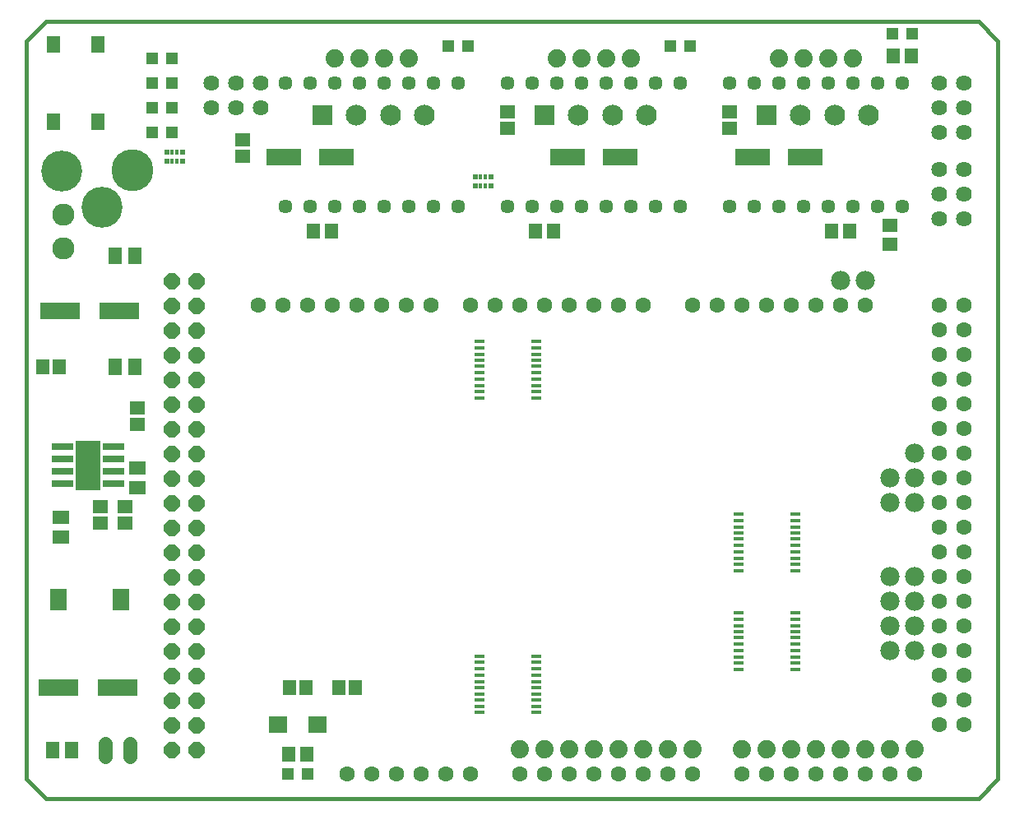
<source format=gts>
G75*
%MOIN*%
%OFA0B0*%
%FSLAX25Y25*%
%IPPOS*%
%LPD*%
%AMOC8*
5,1,8,0,0,1.08239X$1,22.5*
%
%ADD10C,0.01600*%
%ADD11C,0.06306*%
%ADD12R,0.05124X0.05124*%
%ADD13R,0.05518X0.06306*%
%ADD14C,0.07400*%
%ADD15C,0.05715*%
%ADD16C,0.06400*%
%ADD17R,0.06306X0.05518*%
%ADD18R,0.14180X0.06699*%
%ADD19R,0.08400X0.08400*%
%ADD20C,0.08400*%
%ADD21C,0.09000*%
%ADD22R,0.05518X0.06502*%
%ADD23OC8,0.06400*%
%ADD24R,0.09061X0.02762*%
%ADD25R,0.10400X0.20400*%
%ADD26R,0.06699X0.05518*%
%ADD27R,0.05518X0.06699*%
%ADD28R,0.16148X0.06699*%
%ADD29R,0.06699X0.09061*%
%ADD30C,0.05800*%
%ADD31R,0.03937X0.01772*%
%ADD32R,0.07487X0.07093*%
%ADD33C,0.07800*%
%ADD34C,0.16998*%
%ADD35C,0.16600*%
%ADD36R,0.01896X0.02369*%
%ADD37R,0.01384X0.02369*%
D10*
X0016500Y0009674D02*
X0024374Y0001800D01*
X0402327Y0001800D01*
X0410201Y0009674D01*
X0410201Y0308887D01*
X0402327Y0316761D01*
X0024374Y0316761D01*
X0016500Y0308887D01*
X0016500Y0308800D02*
X0016500Y0009800D01*
D11*
X0146500Y0011800D03*
X0156500Y0011800D03*
X0166500Y0011800D03*
X0176500Y0011800D03*
X0186500Y0011800D03*
X0196500Y0011800D03*
X0216500Y0011800D03*
X0226500Y0011800D03*
X0236500Y0011800D03*
X0246500Y0011800D03*
X0256500Y0011800D03*
X0266500Y0011800D03*
X0276500Y0011800D03*
X0286500Y0011800D03*
X0306500Y0011800D03*
X0316500Y0011800D03*
X0326500Y0011800D03*
X0336500Y0011800D03*
X0346500Y0011800D03*
X0356500Y0011800D03*
X0366500Y0011800D03*
X0376500Y0011800D03*
X0386500Y0031800D03*
X0396500Y0031800D03*
X0396500Y0041800D03*
X0386500Y0041800D03*
X0386500Y0051800D03*
X0396500Y0051800D03*
X0396500Y0061800D03*
X0386500Y0061800D03*
X0386500Y0071800D03*
X0396500Y0071800D03*
X0396500Y0081800D03*
X0386500Y0081800D03*
X0386500Y0091800D03*
X0396500Y0091800D03*
X0396500Y0101800D03*
X0386500Y0101800D03*
X0386500Y0111800D03*
X0396500Y0111800D03*
X0396500Y0121800D03*
X0386500Y0121800D03*
X0386500Y0131800D03*
X0396500Y0131800D03*
X0396500Y0141800D03*
X0386500Y0141800D03*
X0386500Y0151800D03*
X0396500Y0151800D03*
X0396500Y0161800D03*
X0386500Y0161800D03*
X0386500Y0171800D03*
X0396500Y0171800D03*
X0396500Y0181800D03*
X0386500Y0181800D03*
X0386500Y0191800D03*
X0396500Y0191800D03*
X0396500Y0201800D03*
X0386500Y0201800D03*
X0356500Y0201800D03*
X0346500Y0201800D03*
X0336500Y0201800D03*
X0326500Y0201800D03*
X0316500Y0201800D03*
X0306500Y0201800D03*
X0296500Y0201800D03*
X0286500Y0201800D03*
X0266500Y0201800D03*
X0256500Y0201800D03*
X0246500Y0201800D03*
X0236500Y0201800D03*
X0226500Y0201800D03*
X0216500Y0201800D03*
X0206500Y0201800D03*
X0196500Y0201800D03*
X0180500Y0201800D03*
X0170500Y0201800D03*
X0160500Y0201800D03*
X0150500Y0201800D03*
X0140500Y0201800D03*
X0130500Y0201800D03*
X0120500Y0201800D03*
X0110500Y0201800D03*
D12*
X0075634Y0271800D03*
X0067366Y0271800D03*
X0067366Y0281800D03*
X0075634Y0281800D03*
X0075634Y0291800D03*
X0067366Y0291800D03*
X0067366Y0301800D03*
X0075634Y0301800D03*
X0187366Y0306800D03*
X0195634Y0306800D03*
X0277366Y0306800D03*
X0285634Y0306800D03*
X0367366Y0311800D03*
X0375634Y0311800D03*
X0130634Y0011800D03*
X0122366Y0011800D03*
D13*
X0122760Y0019800D03*
X0130240Y0019800D03*
X0129846Y0046800D03*
X0123154Y0046800D03*
X0143154Y0046800D03*
X0149846Y0046800D03*
X0029846Y0176800D03*
X0023154Y0176800D03*
X0132760Y0231800D03*
X0140240Y0231800D03*
X0222760Y0231800D03*
X0230240Y0231800D03*
X0342760Y0231800D03*
X0350240Y0231800D03*
X0367760Y0302800D03*
X0375240Y0302800D03*
D14*
X0351500Y0301800D03*
X0341500Y0301800D03*
X0331500Y0301800D03*
X0321500Y0301800D03*
X0261500Y0301800D03*
X0251500Y0301800D03*
X0241500Y0301800D03*
X0231500Y0301800D03*
X0171500Y0301800D03*
X0161500Y0301800D03*
X0151500Y0301800D03*
X0141500Y0301800D03*
X0216500Y0021800D03*
X0226500Y0021800D03*
X0236500Y0021800D03*
X0246500Y0021800D03*
X0256500Y0021800D03*
X0266500Y0021800D03*
X0276500Y0021800D03*
X0286500Y0021800D03*
X0306500Y0021800D03*
X0316500Y0021800D03*
X0326500Y0021800D03*
X0336500Y0021800D03*
X0346500Y0021800D03*
X0356500Y0021800D03*
X0366500Y0021800D03*
X0376500Y0021800D03*
D15*
X0371500Y0241800D03*
X0361500Y0241800D03*
X0351500Y0241800D03*
X0341500Y0241800D03*
X0331500Y0241800D03*
X0321500Y0241800D03*
X0311500Y0241800D03*
X0301500Y0241800D03*
X0281500Y0241800D03*
X0271500Y0241800D03*
X0261500Y0241800D03*
X0251500Y0241800D03*
X0241500Y0241800D03*
X0231500Y0241800D03*
X0221500Y0241800D03*
X0211500Y0241800D03*
X0191500Y0241800D03*
X0181500Y0241800D03*
X0171500Y0241800D03*
X0161500Y0241800D03*
X0151500Y0241800D03*
X0141500Y0241800D03*
X0131500Y0241800D03*
X0121500Y0241800D03*
X0121500Y0291800D03*
X0131500Y0291800D03*
X0141500Y0291800D03*
X0151500Y0291800D03*
X0161500Y0291800D03*
X0171500Y0291800D03*
X0181500Y0291800D03*
X0191500Y0291800D03*
X0211500Y0291800D03*
X0221500Y0291800D03*
X0231500Y0291800D03*
X0241500Y0291800D03*
X0251500Y0291800D03*
X0261500Y0291800D03*
X0271500Y0291800D03*
X0281500Y0291800D03*
X0301500Y0291800D03*
X0311500Y0291800D03*
X0321500Y0291800D03*
X0331500Y0291800D03*
X0341500Y0291800D03*
X0351500Y0291800D03*
X0361500Y0291800D03*
X0371500Y0291800D03*
D16*
X0386500Y0291800D03*
X0396500Y0291800D03*
X0396500Y0281800D03*
X0386500Y0281800D03*
X0386500Y0271800D03*
X0396500Y0271800D03*
X0396500Y0256800D03*
X0386500Y0256800D03*
X0386500Y0246800D03*
X0396500Y0246800D03*
X0396500Y0236800D03*
X0386500Y0236800D03*
X0111500Y0281800D03*
X0101500Y0281800D03*
X0101500Y0291800D03*
X0111500Y0291800D03*
X0091500Y0291800D03*
X0091500Y0281800D03*
D17*
X0104000Y0268646D03*
X0104000Y0261954D03*
X0211500Y0273454D03*
X0211500Y0280146D03*
X0301500Y0280146D03*
X0301500Y0273454D03*
X0366500Y0234040D03*
X0366500Y0226560D03*
X0061500Y0160146D03*
X0061500Y0153454D03*
X0056500Y0120146D03*
X0056500Y0113454D03*
X0046500Y0113454D03*
X0046500Y0120146D03*
D18*
X0120870Y0261800D03*
X0142130Y0261800D03*
X0235870Y0261800D03*
X0257130Y0261800D03*
X0310870Y0261800D03*
X0332130Y0261800D03*
D19*
X0316500Y0278800D03*
X0226500Y0278800D03*
X0136500Y0278800D03*
D20*
X0150280Y0278800D03*
X0164059Y0278800D03*
X0177839Y0278800D03*
X0240280Y0278800D03*
X0254059Y0278800D03*
X0267839Y0278800D03*
X0330280Y0278800D03*
X0344059Y0278800D03*
X0357839Y0278800D03*
D21*
X0031500Y0238493D03*
X0031500Y0224713D03*
D22*
X0027642Y0276150D03*
X0045358Y0276150D03*
X0045358Y0307450D03*
X0027642Y0307450D03*
D23*
X0075358Y0211367D03*
X0085358Y0211367D03*
X0085358Y0201367D03*
X0075358Y0201367D03*
X0075358Y0191367D03*
X0085358Y0191367D03*
X0085358Y0181367D03*
X0075358Y0181367D03*
X0075358Y0171367D03*
X0085358Y0171367D03*
X0085358Y0161367D03*
X0075358Y0161367D03*
X0075358Y0151367D03*
X0085358Y0151367D03*
X0085358Y0141367D03*
X0075358Y0141367D03*
X0075358Y0131367D03*
X0085358Y0131367D03*
X0085358Y0121367D03*
X0075358Y0121367D03*
X0075358Y0111367D03*
X0085358Y0111367D03*
X0085358Y0101367D03*
X0075358Y0101367D03*
X0075358Y0091367D03*
X0085358Y0091367D03*
X0085358Y0081367D03*
X0075358Y0081367D03*
X0075358Y0071367D03*
X0085358Y0071367D03*
X0085358Y0061367D03*
X0075358Y0061367D03*
X0075358Y0051367D03*
X0085358Y0051367D03*
X0085358Y0041367D03*
X0075358Y0041367D03*
X0075358Y0031367D03*
X0085358Y0031367D03*
X0085358Y0021367D03*
X0075358Y0021367D03*
D24*
X0051736Y0129300D03*
X0051736Y0134300D03*
X0051736Y0139300D03*
X0051736Y0144300D03*
X0031264Y0144300D03*
X0031264Y0139300D03*
X0031264Y0134300D03*
X0031264Y0129300D03*
D25*
X0041500Y0136800D03*
D26*
X0061500Y0135737D03*
X0061500Y0127863D03*
X0030500Y0115737D03*
X0030500Y0107863D03*
D27*
X0052563Y0176800D03*
X0060437Y0176800D03*
X0060437Y0221800D03*
X0052563Y0221800D03*
X0034937Y0021300D03*
X0027063Y0021300D03*
D28*
X0029492Y0046800D03*
X0053508Y0046800D03*
X0054020Y0199438D03*
X0030004Y0199438D03*
D29*
X0029492Y0082312D03*
X0054689Y0082312D03*
D30*
X0058500Y0024000D02*
X0058500Y0018600D01*
X0048500Y0018600D02*
X0048500Y0024000D01*
D31*
X0199984Y0036623D03*
X0199984Y0039182D03*
X0199984Y0041741D03*
X0199984Y0044123D03*
X0199984Y0046682D03*
X0199984Y0049241D03*
X0199984Y0051800D03*
X0199984Y0054359D03*
X0199984Y0056918D03*
X0199984Y0059477D03*
X0223016Y0059477D03*
X0223016Y0056918D03*
X0223016Y0054359D03*
X0223016Y0051800D03*
X0223016Y0049241D03*
X0223016Y0046682D03*
X0223016Y0044123D03*
X0223016Y0041741D03*
X0223016Y0039182D03*
X0223016Y0036623D03*
X0304984Y0054123D03*
X0304984Y0056682D03*
X0304984Y0059241D03*
X0304984Y0061800D03*
X0304984Y0064359D03*
X0304984Y0066918D03*
X0304984Y0069477D03*
X0304984Y0071859D03*
X0304984Y0074418D03*
X0304984Y0076977D03*
X0304984Y0094123D03*
X0304984Y0096682D03*
X0304984Y0099241D03*
X0304984Y0101800D03*
X0304984Y0104359D03*
X0304984Y0106918D03*
X0304984Y0109477D03*
X0304984Y0111859D03*
X0304984Y0114418D03*
X0304984Y0116977D03*
X0328016Y0116977D03*
X0328016Y0114418D03*
X0328016Y0111859D03*
X0328016Y0109477D03*
X0328016Y0106918D03*
X0328016Y0104359D03*
X0328016Y0101800D03*
X0328016Y0099241D03*
X0328016Y0096682D03*
X0328016Y0094123D03*
X0328016Y0076977D03*
X0328016Y0074418D03*
X0328016Y0071859D03*
X0328016Y0069477D03*
X0328016Y0066918D03*
X0328016Y0064359D03*
X0328016Y0061800D03*
X0328016Y0059241D03*
X0328016Y0056682D03*
X0328016Y0054123D03*
X0223016Y0164123D03*
X0223016Y0166682D03*
X0223016Y0169241D03*
X0223016Y0171800D03*
X0223016Y0174359D03*
X0223016Y0176918D03*
X0223016Y0179477D03*
X0223016Y0181859D03*
X0223016Y0184418D03*
X0223016Y0186977D03*
X0199984Y0186977D03*
X0199984Y0184418D03*
X0199984Y0181859D03*
X0199984Y0179477D03*
X0199984Y0176918D03*
X0199984Y0174359D03*
X0199984Y0171800D03*
X0199984Y0169241D03*
X0199984Y0166682D03*
X0199984Y0164123D03*
D32*
X0134571Y0031800D03*
X0118429Y0031800D03*
D33*
X0346500Y0211800D03*
X0356500Y0211800D03*
X0376500Y0141800D03*
X0376500Y0131800D03*
X0376500Y0121800D03*
X0366500Y0121800D03*
X0366500Y0131800D03*
X0366500Y0091800D03*
X0366500Y0081800D03*
X0376500Y0081800D03*
X0376500Y0091800D03*
X0376500Y0071800D03*
X0376500Y0061800D03*
X0366500Y0061800D03*
X0366500Y0071800D03*
D34*
X0059637Y0256300D03*
D35*
X0047126Y0241491D03*
X0030815Y0256200D03*
D36*
X0073350Y0259930D03*
X0073350Y0263670D03*
X0079650Y0263670D03*
X0079650Y0259930D03*
X0198350Y0253670D03*
X0198350Y0249930D03*
X0204650Y0249930D03*
X0204650Y0253670D03*
D37*
X0202484Y0253670D03*
X0200516Y0253670D03*
X0200516Y0249930D03*
X0202484Y0249930D03*
X0077484Y0259930D03*
X0075516Y0259930D03*
X0075516Y0263670D03*
X0077484Y0263670D03*
M02*

</source>
